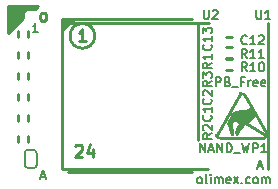
<source format=gbr>
%TF.GenerationSoftware,KiCad,Pcbnew,5.1.0-rc2-unknown-036be7d~80~ubuntu16.04.1*%
%TF.CreationDate,2022-06-01T13:33:31+03:00*%
%TF.ProjectId,Flash-e_Rev_C,466c6173-682d-4655-9f52-65765f432e6b,A*%
%TF.SameCoordinates,Original*%
%TF.FileFunction,Legend,Top*%
%TF.FilePolarity,Positive*%
%FSLAX46Y46*%
G04 Gerber Fmt 4.6, Leading zero omitted, Abs format (unit mm)*
G04 Created by KiCad (PCBNEW 5.1.0-rc2-unknown-036be7d~80~ubuntu16.04.1) date 2022-06-01 13:33:31*
%MOMM*%
%LPD*%
G04 APERTURE LIST*
%ADD10C,0.190500*%
%ADD11C,0.254000*%
%ADD12C,0.250000*%
%ADD13C,0.050000*%
%ADD14C,0.152400*%
%ADD15C,0.150000*%
G04 APERTURE END LIST*
D10*
X149657253Y-90641714D02*
X149657253Y-89879714D01*
X149947539Y-89879714D01*
X150020110Y-89916000D01*
X150056396Y-89952285D01*
X150092682Y-90024857D01*
X150092682Y-90133714D01*
X150056396Y-90206285D01*
X150020110Y-90242571D01*
X149947539Y-90278857D01*
X149657253Y-90278857D01*
X150673253Y-90242571D02*
X150782110Y-90278857D01*
X150818396Y-90315142D01*
X150854682Y-90387714D01*
X150854682Y-90496571D01*
X150818396Y-90569142D01*
X150782110Y-90605428D01*
X150709539Y-90641714D01*
X150419253Y-90641714D01*
X150419253Y-89879714D01*
X150673253Y-89879714D01*
X150745825Y-89916000D01*
X150782110Y-89952285D01*
X150818396Y-90024857D01*
X150818396Y-90097428D01*
X150782110Y-90170000D01*
X150745825Y-90206285D01*
X150673253Y-90242571D01*
X150419253Y-90242571D01*
X150999825Y-90714285D02*
X151580396Y-90714285D01*
X152015825Y-90242571D02*
X151761825Y-90242571D01*
X151761825Y-90641714D02*
X151761825Y-89879714D01*
X152124682Y-89879714D01*
X152414967Y-90641714D02*
X152414967Y-90133714D01*
X152414967Y-90278857D02*
X152451253Y-90206285D01*
X152487539Y-90170000D01*
X152560110Y-90133714D01*
X152632682Y-90133714D01*
X153176967Y-90605428D02*
X153104396Y-90641714D01*
X152959253Y-90641714D01*
X152886682Y-90605428D01*
X152850396Y-90532857D01*
X152850396Y-90242571D01*
X152886682Y-90170000D01*
X152959253Y-90133714D01*
X153104396Y-90133714D01*
X153176967Y-90170000D01*
X153213253Y-90242571D01*
X153213253Y-90315142D01*
X152850396Y-90387714D01*
X153830110Y-90605428D02*
X153757539Y-90641714D01*
X153612396Y-90641714D01*
X153539825Y-90605428D01*
X153503539Y-90532857D01*
X153503539Y-90242571D01*
X153539825Y-90170000D01*
X153612396Y-90133714D01*
X153757539Y-90133714D01*
X153830110Y-90170000D01*
X153866396Y-90242571D01*
X153866396Y-90315142D01*
X153503539Y-90387714D01*
X153234571Y-97409000D02*
X153597428Y-97409000D01*
X153162000Y-97626714D02*
X153416000Y-96864714D01*
X153670000Y-97626714D01*
X134819571Y-98298000D02*
X135182428Y-98298000D01*
X134747000Y-98515714D02*
X135001000Y-97753714D01*
X135255000Y-98515714D01*
X134609114Y-86069714D02*
X134173685Y-86069714D01*
X134391400Y-86069714D02*
X134391400Y-85307714D01*
X134318828Y-85416571D01*
X134246257Y-85489142D01*
X134173685Y-85525428D01*
D11*
X133350000Y-84836000D02*
X133349999Y-84328001D01*
X133604000Y-84074000D02*
X134366000Y-84074000D01*
X134112000Y-84074000D02*
X134366000Y-83820000D01*
X134366000Y-84074000D02*
X134620000Y-83820000D01*
X132080000Y-85852000D02*
X133223000Y-84709000D01*
X132080000Y-86106000D02*
X133223000Y-84963000D01*
X132080000Y-86106000D02*
X133350000Y-84836000D01*
X133223000Y-83820000D02*
X133223001Y-84328002D01*
X132207000Y-83820000D02*
X132206999Y-85344000D01*
X132715000Y-83820000D02*
X132715000Y-84835999D01*
X133476999Y-83820000D02*
X133476999Y-84200999D01*
X133350002Y-83820000D02*
X133349999Y-84328001D01*
X132969000Y-83820000D02*
X132969002Y-84581997D01*
X133096000Y-83820000D02*
X133096001Y-84581999D01*
X132842001Y-83820000D02*
X132842001Y-84836001D01*
X132461000Y-83820000D02*
X132460999Y-85090000D01*
X132587999Y-83820000D02*
X132588000Y-85090000D01*
X132334000Y-83820000D02*
X132334001Y-85343998D01*
X134620000Y-83820000D02*
X132080000Y-83820000D01*
X132080000Y-85598000D02*
X133858000Y-83820000D01*
X132080000Y-83820000D02*
X132080000Y-86106000D01*
D10*
X148241657Y-98845914D02*
X148169085Y-98809628D01*
X148132800Y-98773342D01*
X148096514Y-98700771D01*
X148096514Y-98483057D01*
X148132800Y-98410485D01*
X148169085Y-98374200D01*
X148241657Y-98337914D01*
X148350514Y-98337914D01*
X148423085Y-98374200D01*
X148459371Y-98410485D01*
X148495657Y-98483057D01*
X148495657Y-98700771D01*
X148459371Y-98773342D01*
X148423085Y-98809628D01*
X148350514Y-98845914D01*
X148241657Y-98845914D01*
X148931085Y-98845914D02*
X148858514Y-98809628D01*
X148822228Y-98737057D01*
X148822228Y-98083914D01*
X149221371Y-98845914D02*
X149221371Y-98337914D01*
X149221371Y-98083914D02*
X149185085Y-98120200D01*
X149221371Y-98156485D01*
X149257657Y-98120200D01*
X149221371Y-98083914D01*
X149221371Y-98156485D01*
X149584228Y-98845914D02*
X149584228Y-98337914D01*
X149584228Y-98410485D02*
X149620514Y-98374200D01*
X149693085Y-98337914D01*
X149801942Y-98337914D01*
X149874514Y-98374200D01*
X149910800Y-98446771D01*
X149910800Y-98845914D01*
X149910800Y-98446771D02*
X149947085Y-98374200D01*
X150019657Y-98337914D01*
X150128514Y-98337914D01*
X150201085Y-98374200D01*
X150237371Y-98446771D01*
X150237371Y-98845914D01*
X150890514Y-98809628D02*
X150817942Y-98845914D01*
X150672800Y-98845914D01*
X150600228Y-98809628D01*
X150563942Y-98737057D01*
X150563942Y-98446771D01*
X150600228Y-98374200D01*
X150672800Y-98337914D01*
X150817942Y-98337914D01*
X150890514Y-98374200D01*
X150926800Y-98446771D01*
X150926800Y-98519342D01*
X150563942Y-98591914D01*
X151180800Y-98845914D02*
X151579942Y-98337914D01*
X151180800Y-98337914D02*
X151579942Y-98845914D01*
X151870228Y-98773342D02*
X151906514Y-98809628D01*
X151870228Y-98845914D01*
X151833942Y-98809628D01*
X151870228Y-98773342D01*
X151870228Y-98845914D01*
X152559657Y-98809628D02*
X152487085Y-98845914D01*
X152341942Y-98845914D01*
X152269371Y-98809628D01*
X152233085Y-98773342D01*
X152196800Y-98700771D01*
X152196800Y-98483057D01*
X152233085Y-98410485D01*
X152269371Y-98374200D01*
X152341942Y-98337914D01*
X152487085Y-98337914D01*
X152559657Y-98374200D01*
X152995085Y-98845914D02*
X152922514Y-98809628D01*
X152886228Y-98773342D01*
X152849942Y-98700771D01*
X152849942Y-98483057D01*
X152886228Y-98410485D01*
X152922514Y-98374200D01*
X152995085Y-98337914D01*
X153103942Y-98337914D01*
X153176514Y-98374200D01*
X153212800Y-98410485D01*
X153249085Y-98483057D01*
X153249085Y-98700771D01*
X153212800Y-98773342D01*
X153176514Y-98809628D01*
X153103942Y-98845914D01*
X152995085Y-98845914D01*
X153575657Y-98845914D02*
X153575657Y-98337914D01*
X153575657Y-98410485D02*
X153611942Y-98374200D01*
X153684514Y-98337914D01*
X153793371Y-98337914D01*
X153865942Y-98374200D01*
X153902228Y-98446771D01*
X153902228Y-98845914D01*
X153902228Y-98446771D02*
X153938514Y-98374200D01*
X154011085Y-98337914D01*
X154119942Y-98337914D01*
X154192514Y-98374200D01*
X154228800Y-98446771D01*
X154228800Y-98845914D01*
D11*
%TO.C,U2*%
X137150000Y-97900000D02*
X147650000Y-97900000D01*
X148150000Y-95150000D02*
X148150000Y-85400000D01*
X148150000Y-85400000D02*
X148150000Y-85400000D01*
X147650000Y-84900000D02*
X136650000Y-84900000D01*
X137400000Y-84900000D02*
X136650000Y-85650000D01*
X136650000Y-84900000D02*
X136650000Y-92650000D01*
X137150000Y-84900000D02*
X136650000Y-85400000D01*
X136900000Y-84900000D02*
X136650000Y-85150000D01*
X137650000Y-84900000D02*
X136650000Y-85900000D01*
%TO.C,U1*%
X154045920Y-85247480D02*
X154045920Y-97632520D01*
X136857740Y-85247480D02*
X149101500Y-85247480D01*
X136652000Y-85450680D02*
X136857740Y-85247480D01*
X136652000Y-97632520D02*
X136652000Y-85450680D01*
X149034500Y-97632520D02*
X136652000Y-97632520D01*
D12*
X139413769Y-86360000D02*
G75*
G03X139413769Y-86360000I-1047269J0D01*
G01*
D11*
%TO.C,Sign_Antistatic*%
X152077420Y-91297760D02*
X154005280Y-94642940D01*
X150020020Y-95008700D02*
X153784300Y-95006160D01*
X149722840Y-94726760D02*
X151701500Y-91302840D01*
X152036780Y-91246960D02*
G75*
G03X151747220Y-91246960I-144780J-144780D01*
G01*
X149720300Y-94762320D02*
G75*
G03X149941280Y-95003620I231140J-10160D01*
G01*
X153791920Y-95006160D02*
G75*
G03X154015440Y-94711520I-35560J259080D01*
G01*
D13*
X152077420Y-93974920D02*
X151955500Y-94063820D01*
X151955500Y-94063820D02*
X151899620Y-94112080D01*
X151899620Y-94112080D02*
X151815800Y-94206060D01*
X151739600Y-94322900D02*
X151493220Y-94739460D01*
X151815800Y-94206060D02*
X151739600Y-94322900D01*
X151493220Y-94739460D02*
X151414480Y-94726760D01*
X151411940Y-94726760D02*
X151378920Y-94706440D01*
X151373840Y-94701360D02*
X151356060Y-94679750D01*
X151356060Y-94678500D02*
X151338280Y-94630240D01*
X151338280Y-94630240D02*
X151328020Y-94556580D01*
X151328120Y-94556580D02*
X151325580Y-94429580D01*
X151325580Y-94429580D02*
X151340820Y-94294960D01*
X151340820Y-94294960D02*
X151373840Y-94173040D01*
X151373840Y-94167960D02*
X151417020Y-94079060D01*
X151417020Y-94079060D02*
X151470360Y-94000320D01*
X151470360Y-94000320D02*
X151716740Y-93776800D01*
X151714200Y-93779340D02*
X151218900Y-93474540D01*
X151218900Y-93474540D02*
X151140160Y-93614240D01*
X151140160Y-93614240D02*
X151056340Y-93738700D01*
X151056340Y-93738700D02*
X151053800Y-93797120D01*
X151051260Y-93797120D02*
X151066500Y-93865700D01*
X151066500Y-93865700D02*
X151053800Y-94152720D01*
X151053800Y-94152720D02*
X151084280Y-94211140D01*
X151084280Y-94211140D02*
X151114760Y-94294960D01*
X151114760Y-94294960D02*
X151137620Y-94419420D01*
X151137620Y-94419420D02*
X151145240Y-94531180D01*
X151145240Y-94531180D02*
X151130000Y-94645480D01*
X151130000Y-94645480D02*
X151099520Y-94714060D01*
X151099520Y-94714060D02*
X151058880Y-94747080D01*
X151058880Y-94747080D02*
X151018240Y-94757240D01*
X151018240Y-94757240D02*
X150977600Y-94742000D01*
X150972520Y-94739460D02*
X150944580Y-94708980D01*
X150944580Y-94708980D02*
X150657560Y-93893640D01*
X150655020Y-93896180D02*
X150642320Y-93835220D01*
X150642320Y-93832680D02*
X150642320Y-93718380D01*
X150642320Y-93715840D02*
X150657560Y-93624400D01*
X150657560Y-93621000D02*
X150726140Y-93481000D01*
X150726140Y-93484700D02*
X150858220Y-93281500D01*
X151056340Y-92961460D02*
X151150320Y-92842080D01*
X151150320Y-92842080D02*
X151193500Y-92796360D01*
X151196040Y-92793820D02*
X151229060Y-92770960D01*
X151229060Y-92770960D02*
X151300180Y-92750640D01*
X151300180Y-92750640D02*
X151963120Y-92661740D01*
X151963120Y-92661740D02*
X152234900Y-92613480D01*
X152237440Y-92616020D02*
X152351740Y-92567760D01*
X152351740Y-92567760D02*
X152524460Y-92458540D01*
X152529540Y-92458540D02*
X152933400Y-93157040D01*
X152933400Y-93157040D02*
X152801320Y-93278960D01*
X152798780Y-93281500D02*
X152699720Y-93423740D01*
X152593040Y-93532960D02*
X152382220Y-93731080D01*
X152704800Y-93421200D02*
X152590500Y-93535500D01*
D11*
X151206200Y-92938600D02*
X152349200Y-93604080D01*
X151411940Y-92872560D02*
X152435560Y-93510100D01*
X151683720Y-92803980D02*
X152572720Y-93378020D01*
X151985980Y-92768420D02*
X152684480Y-93228160D01*
X152250140Y-92725240D02*
X152786080Y-93111320D01*
X152405080Y-92659200D02*
X152631140Y-92849700D01*
X151302720Y-92870020D02*
X152280620Y-92725240D01*
X152488900Y-92608400D02*
X152669240Y-92905580D01*
X152664160Y-93230700D02*
X152486360Y-93451680D01*
X150972520Y-93314520D02*
X150771860Y-93690440D01*
X151127460Y-93365320D02*
X150840440Y-93804740D01*
X150743920Y-93769180D02*
X151015700Y-94602300D01*
X150939500Y-93726000D02*
X150921720Y-94127320D01*
X150921720Y-94134940D02*
X151013160Y-94460060D01*
X151467820Y-94363540D02*
X151447500Y-94612460D01*
X151541480Y-94119700D02*
X151467820Y-94363540D01*
X151897080Y-93794580D02*
X151541480Y-94119700D01*
X151645620Y-94221300D02*
X151952960Y-93896180D01*
X151447500Y-94612460D02*
X151645620Y-94221300D01*
X150771860Y-92913200D02*
X153984960Y-94853760D01*
X150985220Y-93195140D02*
X152090120Y-93860620D01*
D14*
%TO.C,NAND_WP1*%
X134493000Y-96266000D02*
G75*
G03X134239000Y-96012000I-254000J0D01*
G01*
X134239000Y-97536000D02*
G75*
G03X134493000Y-97282000I0J254000D01*
G01*
X133477000Y-97282000D02*
G75*
G03X133731000Y-97536000I254000J0D01*
G01*
X133731000Y-96012000D02*
G75*
G03X133477000Y-96266000I0J-254000D01*
G01*
D15*
X134239000Y-96012000D02*
X133731000Y-96012000D01*
X133477000Y-96266000D02*
X133477000Y-97282000D01*
X133731000Y-97536000D02*
X134239000Y-97536000D01*
X134493000Y-97282000D02*
X134493000Y-96266000D01*
D11*
%TO.C,C1*%
X132905500Y-93345000D02*
X132905500Y-93599000D01*
X132905500Y-93345000D02*
X132905500Y-93091000D01*
X133794500Y-93345000D02*
X133794500Y-93091000D01*
X133794500Y-93345000D02*
X133794500Y-93599000D01*
%TO.C,C2*%
X132905500Y-91567000D02*
X132905500Y-91313000D01*
X132905500Y-91567000D02*
X132905500Y-91821000D01*
X133794500Y-91567000D02*
X133794500Y-91821000D01*
X133794500Y-91567000D02*
X133794500Y-91313000D01*
%TO.C,R2*%
X133794500Y-95123000D02*
X133794500Y-95377000D01*
X133794500Y-95123000D02*
X133794500Y-94869000D01*
X132905500Y-95123000D02*
X132905500Y-94869000D01*
X132905500Y-95123000D02*
X132905500Y-95377000D01*
%TO.C,R3*%
X133794500Y-89789000D02*
X133794500Y-90043000D01*
X133794500Y-89789000D02*
X133794500Y-89535000D01*
X132905500Y-89789000D02*
X132905500Y-89535000D01*
X132905500Y-89789000D02*
X132905500Y-90043000D01*
%TO.C,R1*%
X133794500Y-88011000D02*
X133794500Y-88265000D01*
X133794500Y-88011000D02*
X133794500Y-87757000D01*
X132905500Y-88011000D02*
X132905500Y-87757000D01*
X132905500Y-88011000D02*
X132905500Y-88265000D01*
%TO.C,R10*%
X150749000Y-89217500D02*
X150495000Y-89217500D01*
X150749000Y-89217500D02*
X151003000Y-89217500D01*
X150749000Y-88328500D02*
X151003000Y-88328500D01*
X150749000Y-88328500D02*
X150495000Y-88328500D01*
%TO.C,C12*%
X150749000Y-87312500D02*
X150495000Y-87312500D01*
X150749000Y-87312500D02*
X151003000Y-87312500D01*
X150749000Y-86423500D02*
X151003000Y-86423500D01*
X150749000Y-86423500D02*
X150495000Y-86423500D01*
%TO.C,C13*%
X132905500Y-86233000D02*
X132905500Y-86487000D01*
X132905500Y-86233000D02*
X132905500Y-85979000D01*
X133794500Y-86233000D02*
X133794500Y-85979000D01*
X133794500Y-86233000D02*
X133794500Y-86487000D01*
%TO.C,R11*%
X150749000Y-87312500D02*
X150495000Y-87312500D01*
X150749000Y-87312500D02*
X151003000Y-87312500D01*
X150749000Y-88201500D02*
X151003000Y-88201500D01*
X150749000Y-88201500D02*
X150495000Y-88201500D01*
%TO.C,U2*%
D10*
X148644428Y-84164714D02*
X148644428Y-84781571D01*
X148680714Y-84854142D01*
X148717000Y-84890428D01*
X148789571Y-84926714D01*
X148934714Y-84926714D01*
X149007285Y-84890428D01*
X149043571Y-84854142D01*
X149079857Y-84781571D01*
X149079857Y-84164714D01*
X149406428Y-84237285D02*
X149442714Y-84201000D01*
X149515285Y-84164714D01*
X149696714Y-84164714D01*
X149769285Y-84201000D01*
X149805571Y-84237285D01*
X149841857Y-84309857D01*
X149841857Y-84382428D01*
X149805571Y-84491285D01*
X149370142Y-84926714D01*
X149841857Y-84926714D01*
%TO.C,U1*%
X153089428Y-84164714D02*
X153089428Y-84781571D01*
X153125714Y-84854142D01*
X153162000Y-84890428D01*
X153234571Y-84926714D01*
X153379714Y-84926714D01*
X153452285Y-84890428D01*
X153488571Y-84854142D01*
X153524857Y-84781571D01*
X153524857Y-84164714D01*
X154286857Y-84926714D02*
X153851428Y-84926714D01*
X154069142Y-84926714D02*
X154069142Y-84164714D01*
X153996571Y-84273571D01*
X153924000Y-84346142D01*
X153851428Y-84382428D01*
D11*
X134979228Y-85092419D02*
X134882466Y-85044038D01*
X134834085Y-84995657D01*
X134785704Y-84898895D01*
X134785704Y-84608609D01*
X134834085Y-84511847D01*
X134882466Y-84463466D01*
X134979228Y-84415085D01*
X135124371Y-84415085D01*
X135221133Y-84463466D01*
X135269514Y-84511847D01*
X135317895Y-84608609D01*
X135317895Y-84898895D01*
X135269514Y-84995657D01*
X135221133Y-85044038D01*
X135124371Y-85092419D01*
X134979228Y-85092419D01*
X137782904Y-95679380D02*
X137831285Y-95631000D01*
X137928047Y-95582619D01*
X138169952Y-95582619D01*
X138266714Y-95631000D01*
X138315095Y-95679380D01*
X138363476Y-95776142D01*
X138363476Y-95872904D01*
X138315095Y-96018047D01*
X137734523Y-96598619D01*
X138363476Y-96598619D01*
X139234333Y-95921285D02*
X139234333Y-96598619D01*
X138992428Y-95534238D02*
X138750523Y-96259952D01*
X139379476Y-96259952D01*
X138656785Y-86819619D02*
X138076214Y-86819619D01*
X138366500Y-86819619D02*
X138366500Y-85803619D01*
X138269738Y-85948761D01*
X138172976Y-86045523D01*
X138076214Y-86093904D01*
%TO.C,NAND_WP1*%
D10*
X148336000Y-96229714D02*
X148336000Y-95467714D01*
X148771428Y-96229714D01*
X148771428Y-95467714D01*
X149098000Y-96012000D02*
X149460857Y-96012000D01*
X149025428Y-96229714D02*
X149279428Y-95467714D01*
X149533428Y-96229714D01*
X149787428Y-96229714D02*
X149787428Y-95467714D01*
X150222857Y-96229714D01*
X150222857Y-95467714D01*
X150585714Y-96229714D02*
X150585714Y-95467714D01*
X150767142Y-95467714D01*
X150876000Y-95504000D01*
X150948571Y-95576571D01*
X150984857Y-95649142D01*
X151021142Y-95794285D01*
X151021142Y-95903142D01*
X150984857Y-96048285D01*
X150948571Y-96120857D01*
X150876000Y-96193428D01*
X150767142Y-96229714D01*
X150585714Y-96229714D01*
X151166285Y-96302285D02*
X151746857Y-96302285D01*
X151855714Y-95467714D02*
X152037142Y-96229714D01*
X152182285Y-95685428D01*
X152327428Y-96229714D01*
X152508857Y-95467714D01*
X152799142Y-96229714D02*
X152799142Y-95467714D01*
X153089428Y-95467714D01*
X153162000Y-95504000D01*
X153198285Y-95540285D01*
X153234571Y-95612857D01*
X153234571Y-95721714D01*
X153198285Y-95794285D01*
X153162000Y-95830571D01*
X153089428Y-95866857D01*
X152799142Y-95866857D01*
X153960285Y-96229714D02*
X153524857Y-96229714D01*
X153742571Y-96229714D02*
X153742571Y-95467714D01*
X153670000Y-95576571D01*
X153597428Y-95649142D01*
X153524857Y-95685428D01*
%TO.C,C1*%
X149243142Y-93091000D02*
X149279428Y-93127285D01*
X149315714Y-93236142D01*
X149315714Y-93308714D01*
X149279428Y-93417571D01*
X149206857Y-93490142D01*
X149134285Y-93526428D01*
X148989142Y-93562714D01*
X148880285Y-93562714D01*
X148735142Y-93526428D01*
X148662571Y-93490142D01*
X148590000Y-93417571D01*
X148553714Y-93308714D01*
X148553714Y-93236142D01*
X148590000Y-93127285D01*
X148626285Y-93091000D01*
X149315714Y-92365285D02*
X149315714Y-92800714D01*
X149315714Y-92583000D02*
X148553714Y-92583000D01*
X148662571Y-92655571D01*
X148735142Y-92728142D01*
X148771428Y-92800714D01*
%TO.C,C2*%
X149243142Y-91694000D02*
X149279428Y-91730285D01*
X149315714Y-91839142D01*
X149315714Y-91911714D01*
X149279428Y-92020571D01*
X149206857Y-92093142D01*
X149134285Y-92129428D01*
X148989142Y-92165714D01*
X148880285Y-92165714D01*
X148735142Y-92129428D01*
X148662571Y-92093142D01*
X148590000Y-92020571D01*
X148553714Y-91911714D01*
X148553714Y-91839142D01*
X148590000Y-91730285D01*
X148626285Y-91694000D01*
X148626285Y-91403714D02*
X148590000Y-91367428D01*
X148553714Y-91294857D01*
X148553714Y-91113428D01*
X148590000Y-91040857D01*
X148626285Y-91004571D01*
X148698857Y-90968285D01*
X148771428Y-90968285D01*
X148880285Y-91004571D01*
X149315714Y-91440000D01*
X149315714Y-90968285D01*
%TO.C,R2*%
X149315714Y-94615000D02*
X148952857Y-94869000D01*
X149315714Y-95050428D02*
X148553714Y-95050428D01*
X148553714Y-94760142D01*
X148590000Y-94687571D01*
X148626285Y-94651285D01*
X148698857Y-94615000D01*
X148807714Y-94615000D01*
X148880285Y-94651285D01*
X148916571Y-94687571D01*
X148952857Y-94760142D01*
X148952857Y-95050428D01*
X148626285Y-94324714D02*
X148590000Y-94288428D01*
X148553714Y-94215857D01*
X148553714Y-94034428D01*
X148590000Y-93961857D01*
X148626285Y-93925571D01*
X148698857Y-93889285D01*
X148771428Y-93889285D01*
X148880285Y-93925571D01*
X149315714Y-94361000D01*
X149315714Y-93889285D01*
%TO.C,R3*%
X149315714Y-90170000D02*
X148952857Y-90424000D01*
X149315714Y-90605428D02*
X148553714Y-90605428D01*
X148553714Y-90315142D01*
X148590000Y-90242571D01*
X148626285Y-90206285D01*
X148698857Y-90170000D01*
X148807714Y-90170000D01*
X148880285Y-90206285D01*
X148916571Y-90242571D01*
X148952857Y-90315142D01*
X148952857Y-90605428D01*
X148553714Y-89916000D02*
X148553714Y-89444285D01*
X148844000Y-89698285D01*
X148844000Y-89589428D01*
X148880285Y-89516857D01*
X148916571Y-89480571D01*
X148989142Y-89444285D01*
X149170571Y-89444285D01*
X149243142Y-89480571D01*
X149279428Y-89516857D01*
X149315714Y-89589428D01*
X149315714Y-89807142D01*
X149279428Y-89879714D01*
X149243142Y-89916000D01*
%TO.C,R1*%
X149315714Y-88646000D02*
X148952857Y-88900000D01*
X149315714Y-89081428D02*
X148553714Y-89081428D01*
X148553714Y-88791142D01*
X148590000Y-88718571D01*
X148626285Y-88682285D01*
X148698857Y-88646000D01*
X148807714Y-88646000D01*
X148880285Y-88682285D01*
X148916571Y-88718571D01*
X148952857Y-88791142D01*
X148952857Y-89081428D01*
X149315714Y-87920285D02*
X149315714Y-88355714D01*
X149315714Y-88138000D02*
X148553714Y-88138000D01*
X148662571Y-88210571D01*
X148735142Y-88283142D01*
X148771428Y-88355714D01*
%TO.C,R10*%
X152291142Y-89371714D02*
X152037142Y-89008857D01*
X151855714Y-89371714D02*
X151855714Y-88609714D01*
X152146000Y-88609714D01*
X152218571Y-88646000D01*
X152254857Y-88682285D01*
X152291142Y-88754857D01*
X152291142Y-88863714D01*
X152254857Y-88936285D01*
X152218571Y-88972571D01*
X152146000Y-89008857D01*
X151855714Y-89008857D01*
X153016857Y-89371714D02*
X152581428Y-89371714D01*
X152799142Y-89371714D02*
X152799142Y-88609714D01*
X152726571Y-88718571D01*
X152654000Y-88791142D01*
X152581428Y-88827428D01*
X153488571Y-88609714D02*
X153561142Y-88609714D01*
X153633714Y-88646000D01*
X153670000Y-88682285D01*
X153706285Y-88754857D01*
X153742571Y-88900000D01*
X153742571Y-89081428D01*
X153706285Y-89226571D01*
X153670000Y-89299142D01*
X153633714Y-89335428D01*
X153561142Y-89371714D01*
X153488571Y-89371714D01*
X153416000Y-89335428D01*
X153379714Y-89299142D01*
X153343428Y-89226571D01*
X153307142Y-89081428D01*
X153307142Y-88900000D01*
X153343428Y-88754857D01*
X153379714Y-88682285D01*
X153416000Y-88646000D01*
X153488571Y-88609714D01*
%TO.C,C12*%
X152291142Y-87013142D02*
X152254857Y-87049428D01*
X152146000Y-87085714D01*
X152073428Y-87085714D01*
X151964571Y-87049428D01*
X151892000Y-86976857D01*
X151855714Y-86904285D01*
X151819428Y-86759142D01*
X151819428Y-86650285D01*
X151855714Y-86505142D01*
X151892000Y-86432571D01*
X151964571Y-86360000D01*
X152073428Y-86323714D01*
X152146000Y-86323714D01*
X152254857Y-86360000D01*
X152291142Y-86396285D01*
X153016857Y-87085714D02*
X152581428Y-87085714D01*
X152799142Y-87085714D02*
X152799142Y-86323714D01*
X152726571Y-86432571D01*
X152654000Y-86505142D01*
X152581428Y-86541428D01*
X153307142Y-86396285D02*
X153343428Y-86360000D01*
X153416000Y-86323714D01*
X153597428Y-86323714D01*
X153670000Y-86360000D01*
X153706285Y-86396285D01*
X153742571Y-86468857D01*
X153742571Y-86541428D01*
X153706285Y-86650285D01*
X153270857Y-87085714D01*
X153742571Y-87085714D01*
%TO.C,C13*%
X149243142Y-87103857D02*
X149279428Y-87140142D01*
X149315714Y-87249000D01*
X149315714Y-87321571D01*
X149279428Y-87430428D01*
X149206857Y-87503000D01*
X149134285Y-87539285D01*
X148989142Y-87575571D01*
X148880285Y-87575571D01*
X148735142Y-87539285D01*
X148662571Y-87503000D01*
X148590000Y-87430428D01*
X148553714Y-87321571D01*
X148553714Y-87249000D01*
X148590000Y-87140142D01*
X148626285Y-87103857D01*
X149315714Y-86378142D02*
X149315714Y-86813571D01*
X149315714Y-86595857D02*
X148553714Y-86595857D01*
X148662571Y-86668428D01*
X148735142Y-86741000D01*
X148771428Y-86813571D01*
X148553714Y-86124142D02*
X148553714Y-85652428D01*
X148844000Y-85906428D01*
X148844000Y-85797571D01*
X148880285Y-85725000D01*
X148916571Y-85688714D01*
X148989142Y-85652428D01*
X149170571Y-85652428D01*
X149243142Y-85688714D01*
X149279428Y-85725000D01*
X149315714Y-85797571D01*
X149315714Y-86015285D01*
X149279428Y-86087857D01*
X149243142Y-86124142D01*
%TO.C,R11*%
X152291142Y-88228714D02*
X152037142Y-87865857D01*
X151855714Y-88228714D02*
X151855714Y-87466714D01*
X152146000Y-87466714D01*
X152218571Y-87503000D01*
X152254857Y-87539285D01*
X152291142Y-87611857D01*
X152291142Y-87720714D01*
X152254857Y-87793285D01*
X152218571Y-87829571D01*
X152146000Y-87865857D01*
X151855714Y-87865857D01*
X153016857Y-88228714D02*
X152581428Y-88228714D01*
X152799142Y-88228714D02*
X152799142Y-87466714D01*
X152726571Y-87575571D01*
X152654000Y-87648142D01*
X152581428Y-87684428D01*
X153742571Y-88228714D02*
X153307142Y-88228714D01*
X153524857Y-88228714D02*
X153524857Y-87466714D01*
X153452285Y-87575571D01*
X153379714Y-87648142D01*
X153307142Y-87684428D01*
%TD*%
M02*

</source>
